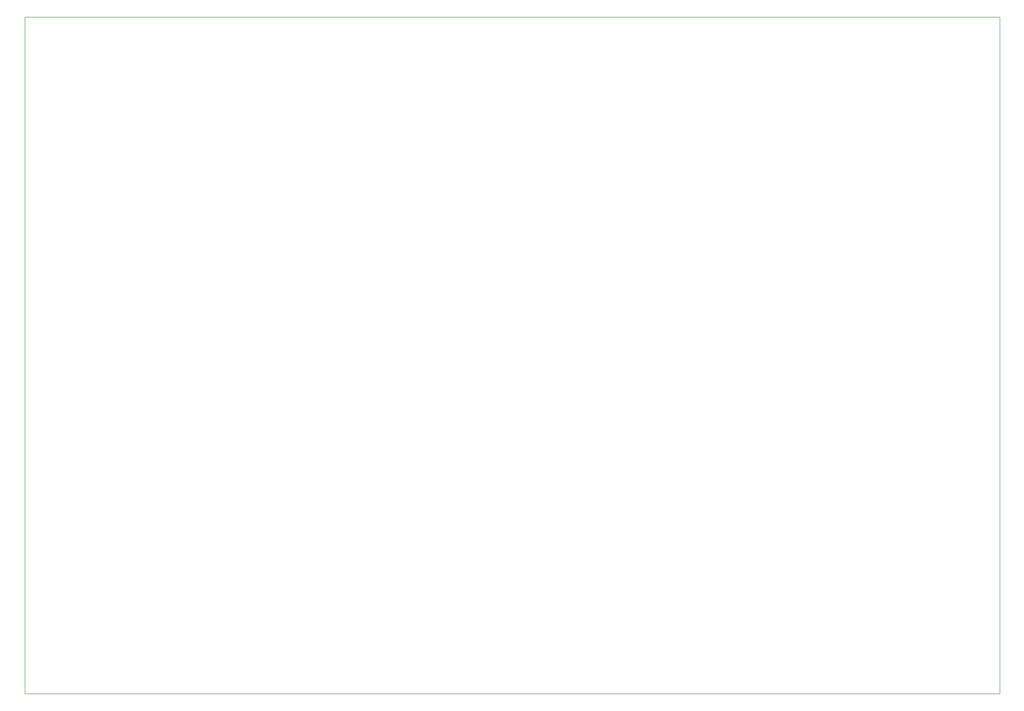
<source format=gbr>
G04 #@! TF.FileFunction,Profile,NP*
%FSLAX46Y46*%
G04 Gerber Fmt 4.6, Leading zero omitted, Abs format (unit mm)*
G04 Created by KiCad (PCBNEW 4.0.6+dfsg1-1) date Fri Apr 13 21:26:29 2018*
%MOMM*%
%LPD*%
G01*
G04 APERTURE LIST*
%ADD10C,0.100000*%
G04 APERTURE END LIST*
D10*
X21000000Y-164000000D02*
X21000000Y-39000000D01*
X201000000Y-164000000D02*
X21000000Y-164000000D01*
X201000000Y-39000000D02*
X201000000Y-164000000D01*
X21000000Y-39000000D02*
X201000000Y-39000000D01*
M02*

</source>
